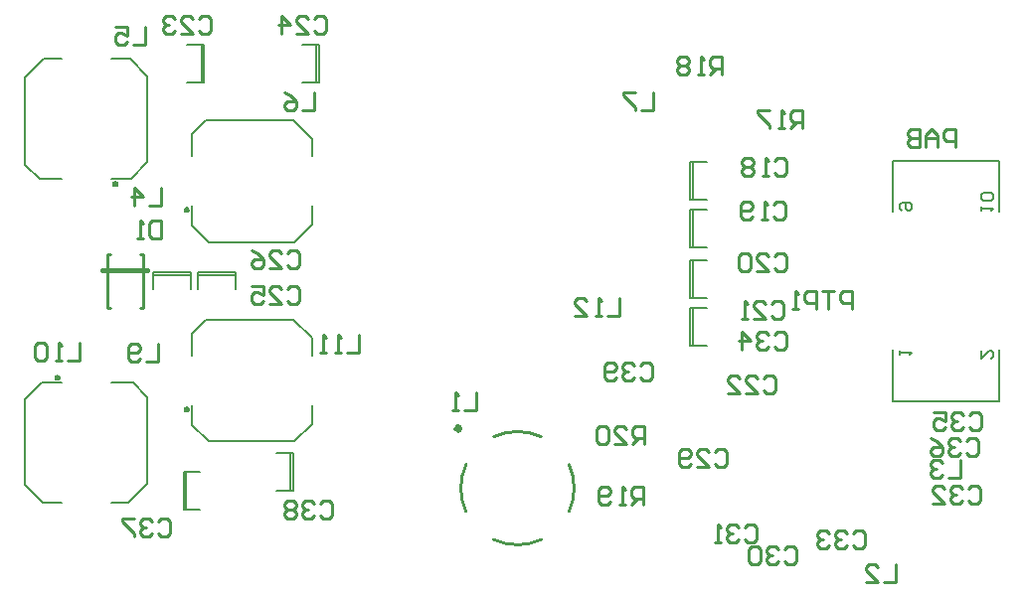
<source format=gbo>
G04*
G04 #@! TF.GenerationSoftware,Altium Limited,Altium Designer,20.1.7 (139)*
G04*
G04 Layer_Color=13813960*
%FSLAX25Y25*%
%MOIN*%
G70*
G04*
G04 #@! TF.SameCoordinates,98BAC387-3A70-427A-9A39-C9BDDE23891B*
G04*
G04*
G04 #@! TF.FilePolarity,Positive*
G04*
G01*
G75*
%ADD10C,0.01000*%
%ADD11C,0.01500*%
%ADD12C,0.00591*%
%ADD13C,0.00787*%
%ADD81C,0.00600*%
G36*
X12505Y65944D02*
Y66143D01*
X12657Y66510D01*
X12938Y66791D01*
X13306Y66944D01*
X13505D01*
X13704D01*
X14071Y66791D01*
X14353Y66510D01*
X14505Y66143D01*
Y65944D01*
Y65745D01*
X14353Y65377D01*
X14071Y65096D01*
X13704Y64944D01*
X13505D01*
X13306D01*
X12938Y65096D01*
X12657Y65377D01*
X12505Y65745D01*
Y65944D01*
D01*
D02*
G37*
G36*
X56891Y54237D02*
X56692D01*
X56324Y54389D01*
X56043Y54671D01*
X55891Y55038D01*
Y55237D01*
Y55436D01*
X56043Y55804D01*
X56324Y56085D01*
X56692Y56237D01*
X56891D01*
X57090D01*
X57457Y56085D01*
X57739Y55804D01*
X57891Y55436D01*
Y55237D01*
Y55038D01*
X57739Y54671D01*
X57457Y54389D01*
X57090Y54237D01*
X56891D01*
D01*
D02*
G37*
G36*
X33952Y130907D02*
Y130708D01*
X33799Y130340D01*
X33518Y130059D01*
X33151Y129907D01*
X32952D01*
X32753D01*
X32385Y130059D01*
X32104Y130340D01*
X31952Y130708D01*
Y130907D01*
Y131106D01*
X32104Y131473D01*
X32385Y131755D01*
X32753Y131907D01*
X32952D01*
X33151D01*
X33518Y131755D01*
X33799Y131473D01*
X33952Y131106D01*
Y130907D01*
D01*
D02*
G37*
G36*
X56891Y121166D02*
X56692D01*
X56324Y121319D01*
X56043Y121600D01*
X55891Y121967D01*
Y122166D01*
Y122365D01*
X56043Y122733D01*
X56324Y123014D01*
X56692Y123166D01*
X56891D01*
X57090D01*
X57457Y123014D01*
X57739Y122733D01*
X57891Y122365D01*
Y122166D01*
Y121967D01*
X57739Y121600D01*
X57457Y121319D01*
X57090Y121166D01*
X56891D01*
D01*
D02*
G37*
D10*
X159703Y11625D02*
G03*
X175883Y11625I8090J17192D01*
G01*
X185073Y20918D02*
G03*
X185073Y36716I-17280J7899D01*
G01*
X175693Y46097D02*
G03*
X159894Y46097I-7899J-17280D01*
G01*
X150602Y36907D02*
G03*
X150513Y20918I17192J-8090D01*
G01*
X41221Y107425D02*
X42221D01*
Y89425D02*
Y107425D01*
X41221Y89425D02*
X42221D01*
X30220D02*
X31220D01*
X30220D02*
Y107425D01*
X31220D01*
X279921Y88976D02*
Y94974D01*
X276922D01*
X275923Y93975D01*
Y91975D01*
X276922Y90976D01*
X279921D01*
X273923Y94974D02*
X269924D01*
X271924D01*
Y88976D01*
X267925D02*
Y94974D01*
X264926D01*
X263926Y93975D01*
Y91975D01*
X264926Y90976D01*
X267925D01*
X261927Y88976D02*
X259928D01*
X260927D01*
Y94974D01*
X261927Y93975D01*
X314567Y143307D02*
Y149305D01*
X311568D01*
X310568Y148305D01*
Y146306D01*
X311568Y145306D01*
X314567D01*
X308569Y143307D02*
Y147306D01*
X306570Y149305D01*
X304570Y147306D01*
Y143307D01*
Y146306D01*
X308569D01*
X302571Y149305D02*
Y143307D01*
X299572D01*
X298572Y144307D01*
Y145306D01*
X299572Y146306D01*
X302571D01*
X299572D01*
X298572Y147306D01*
Y148305D01*
X299572Y149305D01*
X302571D01*
X153800Y60798D02*
Y54800D01*
X149801D01*
X147802D02*
X145803D01*
X146802D01*
Y60798D01*
X147802Y59798D01*
X210236Y43701D02*
Y49699D01*
X207237D01*
X206238Y48699D01*
Y46700D01*
X207237Y45700D01*
X210236D01*
X208237D02*
X206238Y43701D01*
X200239D02*
X204238D01*
X200239Y47699D01*
Y48699D01*
X201239Y49699D01*
X203239D01*
X204238Y48699D01*
X198240D02*
X197240Y49699D01*
X195241D01*
X194241Y48699D01*
Y44701D01*
X195241Y43701D01*
X197240D01*
X198240Y44701D01*
Y48699D01*
X209842Y23228D02*
Y29226D01*
X206843D01*
X205844Y28227D01*
Y26227D01*
X206843Y25228D01*
X209842D01*
X207843D02*
X205844Y23228D01*
X203844D02*
X201845D01*
X202845D01*
Y29226D01*
X203844Y28227D01*
X198846Y24228D02*
X197846Y23228D01*
X195847D01*
X194847Y24228D01*
Y28227D01*
X195847Y29226D01*
X197846D01*
X198846Y28227D01*
Y27227D01*
X197846Y26227D01*
X194847D01*
X236221Y167717D02*
Y173715D01*
X233221D01*
X232222Y172715D01*
Y170716D01*
X233221Y169716D01*
X236221D01*
X234221D02*
X232222Y167717D01*
X230222D02*
X228223D01*
X229223D01*
Y173715D01*
X230222Y172715D01*
X225224D02*
X224224Y173715D01*
X222225D01*
X221225Y172715D01*
Y171715D01*
X222225Y170716D01*
X221225Y169716D01*
Y168716D01*
X222225Y167717D01*
X224224D01*
X225224Y168716D01*
Y169716D01*
X224224Y170716D01*
X225224Y171715D01*
Y172715D01*
X224224Y170716D02*
X222225D01*
X263386Y149606D02*
Y155604D01*
X260387D01*
X259387Y154605D01*
Y152605D01*
X260387Y151606D01*
X263386D01*
X261386D02*
X259387Y149606D01*
X257388D02*
X255388D01*
X256388D01*
Y155604D01*
X257388Y154605D01*
X252389Y155604D02*
X248391D01*
Y154605D01*
X252389Y150606D01*
Y149606D01*
X201969Y92612D02*
Y86614D01*
X197970D01*
X195970D02*
X193971D01*
X194971D01*
Y92612D01*
X195970Y91612D01*
X186973Y86614D02*
X190972D01*
X186973Y90613D01*
Y91612D01*
X187973Y92612D01*
X189972D01*
X190972Y91612D01*
X114567Y80408D02*
Y74410D01*
X110568D01*
X108569D02*
X106570D01*
X107569D01*
Y80408D01*
X108569Y79408D01*
X103570Y74410D02*
X101571D01*
X102571D01*
Y80408D01*
X103570Y79408D01*
X20866Y77652D02*
Y71653D01*
X16867D01*
X14868D02*
X12869D01*
X13868D01*
Y77652D01*
X14868Y76652D01*
X9870D02*
X8870Y77652D01*
X6871D01*
X5871Y76652D01*
Y72653D01*
X6871Y71653D01*
X8870D01*
X9870Y72653D01*
Y76652D01*
X47244Y77258D02*
Y71260D01*
X43245D01*
X41246Y72259D02*
X40246Y71260D01*
X38247D01*
X37247Y72259D01*
Y76258D01*
X38247Y77258D01*
X40246D01*
X41246Y76258D01*
Y75259D01*
X40246Y74259D01*
X37247D01*
X213386Y161510D02*
Y155512D01*
X209387D01*
X207388Y161510D02*
X203389D01*
Y160510D01*
X207388Y156511D01*
Y155512D01*
X99600Y161698D02*
Y155700D01*
X95601D01*
X89603Y161698D02*
X91603Y160698D01*
X93602Y158699D01*
Y156700D01*
X92602Y155700D01*
X90603D01*
X89603Y156700D01*
Y157699D01*
X90603Y158699D01*
X93602D01*
X42971Y183607D02*
Y177609D01*
X38972D01*
X32974Y183607D02*
X36973D01*
Y180608D01*
X34973Y181607D01*
X33974D01*
X32974Y180608D01*
Y178608D01*
X33974Y177609D01*
X35973D01*
X36973Y178608D01*
X48425Y129620D02*
Y123622D01*
X44427D01*
X39428D02*
Y129620D01*
X42427Y126621D01*
X38428D01*
X316142Y38282D02*
Y32283D01*
X312143D01*
X310144Y37282D02*
X309144Y38282D01*
X307145D01*
X306145Y37282D01*
Y36282D01*
X307145Y35282D01*
X308144D01*
X307145D01*
X306145Y34283D01*
Y33283D01*
X307145Y32283D01*
X309144D01*
X310144Y33283D01*
X294488Y3242D02*
Y-2756D01*
X290490D01*
X284491D02*
X288490D01*
X284491Y1243D01*
Y2242D01*
X285491Y3242D01*
X287491D01*
X288490Y2242D01*
X48425Y118596D02*
Y112598D01*
X45426D01*
X44427Y113598D01*
Y117597D01*
X45426Y118596D01*
X48425D01*
X42427Y112598D02*
X40428D01*
X41427D01*
Y118596D01*
X42427Y117597D01*
X208993Y69959D02*
X209993Y70959D01*
X211993D01*
X212992Y69959D01*
Y65960D01*
X211993Y64961D01*
X209993D01*
X208993Y65960D01*
X206994Y69959D02*
X205994Y70959D01*
X203995D01*
X202995Y69959D01*
Y68959D01*
X203995Y67960D01*
X204995D01*
X203995D01*
X202995Y66960D01*
Y65960D01*
X203995Y64961D01*
X205994D01*
X206994Y65960D01*
X200996D02*
X199996Y64961D01*
X197997D01*
X196997Y65960D01*
Y69959D01*
X197997Y70959D01*
X199996D01*
X200996Y69959D01*
Y68959D01*
X199996Y67960D01*
X196997D01*
X101513Y23502D02*
X102513Y24502D01*
X104512D01*
X105512Y23502D01*
Y19504D01*
X104512Y18504D01*
X102513D01*
X101513Y19504D01*
X99514Y23502D02*
X98514Y24502D01*
X96515D01*
X95515Y23502D01*
Y22503D01*
X96515Y21503D01*
X97514D01*
X96515D01*
X95515Y20503D01*
Y19504D01*
X96515Y18504D01*
X98514D01*
X99514Y19504D01*
X93516Y23502D02*
X92516Y24502D01*
X90517D01*
X89517Y23502D01*
Y22503D01*
X90517Y21503D01*
X89517Y20503D01*
Y19504D01*
X90517Y18504D01*
X92516D01*
X93516Y19504D01*
Y20503D01*
X92516Y21503D01*
X93516Y22503D01*
Y23502D01*
X92516Y21503D02*
X90517D01*
X47182Y17597D02*
X48182Y18597D01*
X50181D01*
X51181Y17597D01*
Y13598D01*
X50181Y12598D01*
X48182D01*
X47182Y13598D01*
X45183Y17597D02*
X44183Y18597D01*
X42184D01*
X41184Y17597D01*
Y16597D01*
X42184Y15597D01*
X43184D01*
X42184D01*
X41184Y14598D01*
Y13598D01*
X42184Y12598D01*
X44183D01*
X45183Y13598D01*
X39185Y18597D02*
X35186D01*
Y17597D01*
X39185Y13598D01*
Y12598D01*
X318442Y44762D02*
X319442Y45762D01*
X321441D01*
X322441Y44762D01*
Y40764D01*
X321441Y39764D01*
X319442D01*
X318442Y40764D01*
X316443Y44762D02*
X315443Y45762D01*
X313444D01*
X312444Y44762D01*
Y43762D01*
X313444Y42763D01*
X314443D01*
X313444D01*
X312444Y41763D01*
Y40764D01*
X313444Y39764D01*
X315443D01*
X316443Y40764D01*
X306446Y45762D02*
X308446Y44762D01*
X310445Y42763D01*
Y40764D01*
X309445Y39764D01*
X307446D01*
X306446Y40764D01*
Y41763D01*
X307446Y42763D01*
X310445D01*
X319230Y53424D02*
X320229Y54423D01*
X322229D01*
X323228Y53424D01*
Y49425D01*
X322229Y48425D01*
X320229D01*
X319230Y49425D01*
X317230Y53424D02*
X316231Y54423D01*
X314231D01*
X313232Y53424D01*
Y52424D01*
X314231Y51424D01*
X315231D01*
X314231D01*
X313232Y50424D01*
Y49425D01*
X314231Y48425D01*
X316231D01*
X317230Y49425D01*
X307234Y54423D02*
X311232D01*
Y51424D01*
X309233Y52424D01*
X308233D01*
X307234Y51424D01*
Y49425D01*
X308233Y48425D01*
X310232D01*
X311232Y49425D01*
X253875Y80195D02*
X254875Y81195D01*
X256874D01*
X257874Y80195D01*
Y76196D01*
X256874Y75197D01*
X254875D01*
X253875Y76196D01*
X251876Y80195D02*
X250876Y81195D01*
X248877D01*
X247877Y80195D01*
Y79196D01*
X248877Y78196D01*
X249877D01*
X248877D01*
X247877Y77196D01*
Y76196D01*
X248877Y75197D01*
X250876D01*
X251876Y76196D01*
X242879Y75197D02*
Y81195D01*
X245878Y78196D01*
X241879D01*
X280253Y13660D02*
X281253Y14660D01*
X283252D01*
X284252Y13660D01*
Y9661D01*
X283252Y8661D01*
X281253D01*
X280253Y9661D01*
X278254Y13660D02*
X277254Y14660D01*
X275255D01*
X274255Y13660D01*
Y12660D01*
X275255Y11660D01*
X276255D01*
X275255D01*
X274255Y10661D01*
Y9661D01*
X275255Y8661D01*
X277254D01*
X278254Y9661D01*
X272256Y13660D02*
X271256Y14660D01*
X269257D01*
X268257Y13660D01*
Y12660D01*
X269257Y11660D01*
X270256D01*
X269257D01*
X268257Y10661D01*
Y9661D01*
X269257Y8661D01*
X271256D01*
X272256Y9661D01*
X318836Y28620D02*
X319836Y29620D01*
X321835D01*
X322835Y28620D01*
Y24622D01*
X321835Y23622D01*
X319836D01*
X318836Y24622D01*
X316837Y28620D02*
X315837Y29620D01*
X313838D01*
X312838Y28620D01*
Y27621D01*
X313838Y26621D01*
X314837D01*
X313838D01*
X312838Y25621D01*
Y24622D01*
X313838Y23622D01*
X315837D01*
X316837Y24622D01*
X306840Y23622D02*
X310839D01*
X306840Y27621D01*
Y28620D01*
X307839Y29620D01*
X309839D01*
X310839Y28620D01*
X244033Y15628D02*
X245033Y16628D01*
X247032D01*
X248031Y15628D01*
Y11630D01*
X247032Y10630D01*
X245033D01*
X244033Y11630D01*
X242033Y15628D02*
X241034Y16628D01*
X239034D01*
X238035Y15628D01*
Y14629D01*
X239034Y13629D01*
X240034D01*
X239034D01*
X238035Y12629D01*
Y11630D01*
X239034Y10630D01*
X241034D01*
X242033Y11630D01*
X236035Y10630D02*
X234036D01*
X235036D01*
Y16628D01*
X236035Y15628D01*
X257419Y8148D02*
X258418Y9148D01*
X260418D01*
X261417Y8148D01*
Y4149D01*
X260418Y3150D01*
X258418D01*
X257419Y4149D01*
X255419Y8148D02*
X254420Y9148D01*
X252420D01*
X251421Y8148D01*
Y7148D01*
X252420Y6149D01*
X253420D01*
X252420D01*
X251421Y5149D01*
Y4149D01*
X252420Y3150D01*
X254420D01*
X255419Y4149D01*
X249421Y8148D02*
X248422Y9148D01*
X246422D01*
X245423Y8148D01*
Y4149D01*
X246422Y3150D01*
X248422D01*
X249421Y4149D01*
Y8148D01*
X233797Y40825D02*
X234796Y41825D01*
X236796D01*
X237795Y40825D01*
Y36826D01*
X236796Y35827D01*
X234796D01*
X233797Y36826D01*
X227799Y35827D02*
X231797D01*
X227799Y39825D01*
Y40825D01*
X228798Y41825D01*
X230798D01*
X231797Y40825D01*
X225799Y36826D02*
X224799Y35827D01*
X222800D01*
X221800Y36826D01*
Y40825D01*
X222800Y41825D01*
X224799D01*
X225799Y40825D01*
Y39825D01*
X224799Y38826D01*
X221800D01*
X90490Y107754D02*
X91489Y108754D01*
X93489D01*
X94488Y107754D01*
Y103756D01*
X93489Y102756D01*
X91489D01*
X90490Y103756D01*
X84491Y102756D02*
X88490D01*
X84491Y106755D01*
Y107754D01*
X85491Y108754D01*
X87490D01*
X88490Y107754D01*
X78493Y108754D02*
X80493Y107754D01*
X82492Y105755D01*
Y103756D01*
X81492Y102756D01*
X79493D01*
X78493Y103756D01*
Y104755D01*
X79493Y105755D01*
X82492D01*
X90490Y95550D02*
X91489Y96549D01*
X93489D01*
X94488Y95550D01*
Y91551D01*
X93489Y90551D01*
X91489D01*
X90490Y91551D01*
X84491Y90551D02*
X88490D01*
X84491Y94550D01*
Y95550D01*
X85491Y96549D01*
X87490D01*
X88490Y95550D01*
X78493Y96549D02*
X82492D01*
Y93550D01*
X80493Y94550D01*
X79493D01*
X78493Y93550D01*
Y91551D01*
X79493Y90551D01*
X81492D01*
X82492Y91551D01*
X99601Y186398D02*
X100601Y187398D01*
X102600D01*
X103600Y186398D01*
Y182400D01*
X102600Y181400D01*
X100601D01*
X99601Y182400D01*
X93603Y181400D02*
X97602D01*
X93603Y185399D01*
Y186398D01*
X94603Y187398D01*
X96602D01*
X97602Y186398D01*
X88605Y181400D02*
Y187398D01*
X91604Y184399D01*
X87605D01*
X61001Y186398D02*
X62001Y187398D01*
X64000D01*
X65000Y186398D01*
Y182400D01*
X64000Y181400D01*
X62001D01*
X61001Y182400D01*
X55003Y181400D02*
X59002D01*
X55003Y185399D01*
Y186398D01*
X56003Y187398D01*
X58002D01*
X59002Y186398D01*
X53004D02*
X52004Y187398D01*
X50005D01*
X49005Y186398D01*
Y185399D01*
X50005Y184399D01*
X51004D01*
X50005D01*
X49005Y183399D01*
Y182400D01*
X50005Y181400D01*
X52004D01*
X53004Y182400D01*
X250420Y65500D02*
X251420Y66500D01*
X253419D01*
X254419Y65500D01*
Y61501D01*
X253419Y60502D01*
X251420D01*
X250420Y61501D01*
X244422Y60502D02*
X248421D01*
X244422Y64500D01*
Y65500D01*
X245422Y66500D01*
X247421D01*
X248421Y65500D01*
X238424Y60502D02*
X242423D01*
X238424Y64500D01*
Y65500D01*
X239424Y66500D01*
X241423D01*
X242423Y65500D01*
X253088Y90673D02*
X254088Y91673D01*
X256087D01*
X257087Y90673D01*
Y86674D01*
X256087Y85675D01*
X254088D01*
X253088Y86674D01*
X247090Y85675D02*
X251089D01*
X247090Y89674D01*
Y90673D01*
X248090Y91673D01*
X250089D01*
X251089Y90673D01*
X245091Y85675D02*
X243091D01*
X244091D01*
Y91673D01*
X245091Y90673D01*
X253875Y106573D02*
X254875Y107573D01*
X256874D01*
X257874Y106573D01*
Y102575D01*
X256874Y101575D01*
X254875D01*
X253875Y102575D01*
X247877Y101575D02*
X251876D01*
X247877Y105573D01*
Y106573D01*
X248877Y107573D01*
X250876D01*
X251876Y106573D01*
X245878D02*
X244878Y107573D01*
X242879D01*
X241879Y106573D01*
Y102575D01*
X242879Y101575D01*
X244878D01*
X245878Y102575D01*
Y106573D01*
X253482Y123896D02*
X254481Y124896D01*
X256481D01*
X257480Y123896D01*
Y119897D01*
X256481Y118898D01*
X254481D01*
X253482Y119897D01*
X251482Y118898D02*
X249483D01*
X250483D01*
Y124896D01*
X251482Y123896D01*
X246484Y119897D02*
X245484Y118898D01*
X243485D01*
X242485Y119897D01*
Y123896D01*
X243485Y124896D01*
X245484D01*
X246484Y123896D01*
Y122896D01*
X245484Y121897D01*
X242485D01*
X253875Y138463D02*
X254875Y139463D01*
X256874D01*
X257874Y138463D01*
Y134464D01*
X256874Y133465D01*
X254875D01*
X253875Y134464D01*
X251876Y133465D02*
X249877D01*
X250876D01*
Y139463D01*
X251876Y138463D01*
X246878D02*
X245878Y139463D01*
X243879D01*
X242879Y138463D01*
Y137463D01*
X243879Y136464D01*
X242879Y135464D01*
Y134464D01*
X243879Y133465D01*
X245878D01*
X246878Y134464D01*
Y135464D01*
X245878Y136464D01*
X246878Y137463D01*
Y138463D01*
X245878Y136464D02*
X243879D01*
D11*
X148500Y48817D02*
G03*
X148500Y48817I-707J0D01*
G01*
X28721Y101925D02*
X43720D01*
D12*
X92913Y44488D02*
X98819Y50394D01*
X58661Y50000D02*
X64173Y44488D01*
X72146D01*
X58661Y50000D02*
Y56693D01*
X72146Y44488D02*
X92913D01*
X98819Y50394D02*
Y56693D01*
Y73228D02*
Y79134D01*
X92520Y85433D02*
X98819Y79134D01*
X63386Y85433D02*
X92520D01*
X58661Y80709D02*
X63386Y85433D01*
X58661Y73228D02*
Y80709D01*
X2756Y29921D02*
X8661Y24016D01*
X2756Y58661D02*
X8268Y64173D01*
X2756Y50689D02*
Y58661D01*
X8268Y64173D02*
X14961D01*
X2756Y29921D02*
Y50689D01*
X8661Y24016D02*
X14961D01*
X31496D02*
X37402D01*
X43701Y30315D01*
Y59449D01*
X38976Y64173D02*
X43701Y59449D01*
X31496Y64173D02*
X38976D01*
X7480Y132677D02*
X14961D01*
X2756Y137402D02*
X7480Y132677D01*
X2756Y137402D02*
Y166535D01*
X9055Y172835D01*
X14961D01*
X31496D02*
X37795D01*
X43701Y146161D02*
Y166929D01*
X31496Y132677D02*
X38189D01*
X43701Y146161D02*
X43701Y138189D01*
X38189Y132677D02*
X43701Y138189D01*
X37795Y172835D02*
X43701Y166929D01*
X58661Y140157D02*
Y147638D01*
X63386Y152362D01*
X92520D01*
X98819Y146063D01*
Y140157D02*
Y146063D01*
Y117323D02*
Y123622D01*
X72146Y111417D02*
X92913D01*
X58661Y116929D02*
Y123622D01*
X64173Y111417D02*
X72146D01*
X58661Y116929D02*
X64173Y111417D01*
X92913D02*
X98819Y117323D01*
D13*
X55905Y21654D02*
X61417D01*
X55905Y34252D02*
X61417D01*
X55905Y21654D02*
Y34252D01*
X56653Y21654D02*
Y34252D01*
X45669Y100433D02*
X58268D01*
X45669Y101181D02*
X58268D01*
Y95669D02*
Y101181D01*
X45669Y95669D02*
Y101181D01*
X60630Y100433D02*
X73228D01*
X60630Y101181D02*
X73228D01*
Y95669D02*
Y101181D01*
X60630Y95669D02*
Y101181D01*
X87008Y40551D02*
X92520D01*
X87008Y27953D02*
X92520D01*
Y40551D01*
X91772Y27953D02*
Y40551D01*
X226492Y76701D02*
Y89299D01*
X225744Y76701D02*
Y89299D01*
X231256D01*
X225744Y76701D02*
X231256D01*
X226492Y92701D02*
Y105299D01*
X225744Y92701D02*
Y105299D01*
X231256D01*
X225744Y92701D02*
X231256D01*
X226492Y109701D02*
Y122299D01*
X225744Y109701D02*
Y122299D01*
X231256D01*
X225744Y109701D02*
X231256D01*
X226492Y125701D02*
Y138299D01*
X225744Y125701D02*
Y138299D01*
X231256D01*
X225744Y125701D02*
X231256D01*
X293701Y58071D02*
Y75315D01*
X329134Y58071D02*
Y75315D01*
X293701Y58071D02*
X329134D01*
Y121535D02*
Y138779D01*
X293701Y121535D02*
Y138779D01*
X329134D01*
X100433Y164961D02*
Y177559D01*
X101181Y164961D02*
Y177559D01*
X95669Y164961D02*
X101181D01*
X95669Y177559D02*
X101181D01*
X61850Y164961D02*
Y177559D01*
X62598Y164961D02*
Y177559D01*
X57087Y164961D02*
X62598D01*
X57087Y177559D02*
X62598D01*
D81*
X296063Y73740D02*
Y75073D01*
Y74407D01*
X300062D01*
X299395Y73740D01*
X323228Y74831D02*
Y72165D01*
X325894Y74831D01*
X326561D01*
X327227Y74165D01*
Y72832D01*
X326561Y72165D01*
X323228Y121929D02*
Y123262D01*
Y122596D01*
X327227D01*
X326561Y121929D01*
Y125261D02*
X327227Y125928D01*
Y127261D01*
X326561Y127927D01*
X323895D01*
X323228Y127261D01*
Y125928D01*
X323895Y125261D01*
X326561D01*
X296729Y121929D02*
X296063Y122596D01*
Y123928D01*
X296729Y124595D01*
X299395D01*
X300062Y123928D01*
Y122596D01*
X299395Y121929D01*
X298729D01*
X298062Y122596D01*
Y124595D01*
M02*

</source>
